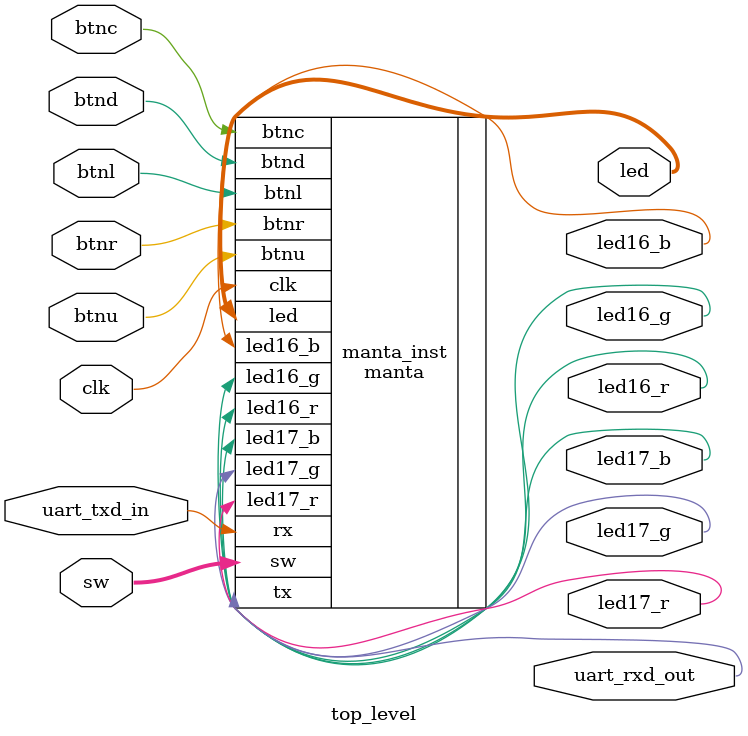
<source format=sv>
`default_nettype none
`timescale 1ns / 1ps

module top_level (
	input wire clk,

    input wire uart_txd_in,
	output logic uart_rxd_out,

    input wire btnu,
    input wire btnd,
    input wire btnl,
    input wire btnr,
	input wire btnc,

    input wire [15:0] sw,

	output logic [15:0] led,
    output logic led16_b,
    output logic led16_g,
    output logic led16_r,
    output logic led17_b,
    output logic led17_g,
    output logic led17_r);

    manta manta_inst (
        .clk(clk),

        .rx(uart_txd_in),
        .tx(uart_rxd_out),

        .btnu(btnu),
        .btnd(btnd),
        .btnl(btnl),
        .btnr(btnr),
        .btnc(btnc),
        .sw(sw),
        .led(led),
        .led16_b(led16_b),
        .led16_g(led16_g),
        .led16_r(led16_r),
        .led17_b(led17_b),
        .led17_g(led17_g),
        .led17_r(led17_r));

endmodule

`default_nettype wire
</source>
